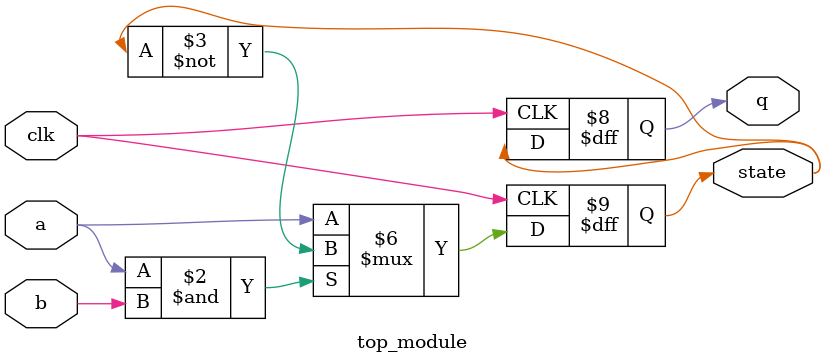
<source format=sv>
module top_module (
    input clk,
    input a,
    input b,
    output reg q,
    output reg state
);

    always @(posedge clk) begin
        if (a & b) begin
            state <= ~state;
        end else begin
            state <= a;
        end
    end

    always @(posedge clk) begin
        q <= state;
    end

endmodule

</source>
